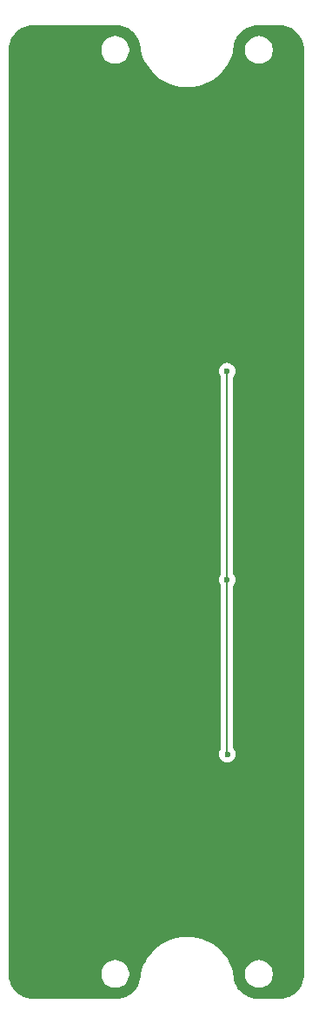
<source format=gbr>
%TF.GenerationSoftware,KiCad,Pcbnew,8.0.3-8.0.3-0~ubuntu22.04.1*%
%TF.CreationDate,2024-10-28T10:58:27+03:00*%
%TF.ProjectId,PM-LED8,504d2d4c-4544-4382-9e6b-696361645f70,rev?*%
%TF.SameCoordinates,Original*%
%TF.FileFunction,Copper,L2,Bot*%
%TF.FilePolarity,Positive*%
%FSLAX46Y46*%
G04 Gerber Fmt 4.6, Leading zero omitted, Abs format (unit mm)*
G04 Created by KiCad (PCBNEW 8.0.3-8.0.3-0~ubuntu22.04.1) date 2024-10-28 10:58:27*
%MOMM*%
%LPD*%
G01*
G04 APERTURE LIST*
%TA.AperFunction,ViaPad*%
%ADD10C,0.600000*%
%TD*%
%TA.AperFunction,Conductor*%
%ADD11C,0.200000*%
%TD*%
G04 APERTURE END LIST*
D10*
%TO.N,GND*%
X-13669000Y-32749700D03*
X9862800Y-14284600D03*
X9865100Y25282300D03*
X-13669000Y28215800D03*
X-13669000Y18080000D03*
X-13669000Y7888700D03*
X-13669000Y-2253900D03*
X7031500Y-34447000D03*
X-13669000Y38383500D03*
X9853100Y5532700D03*
X-13669000Y-12421700D03*
X-13669000Y-22568100D03*
%TO.N,Net-(J1-Pin_9)*%
X6900900Y13711600D03*
X6900900Y-6641000D03*
X6922700Y-23589200D03*
%TD*%
D11*
%TO.N,Net-(J1-Pin_9)*%
X6900900Y13711600D02*
X6900900Y-6641000D01*
X6900900Y-23567400D02*
X6922700Y-23589200D01*
X6900900Y-6641000D02*
X6900900Y-23567400D01*
%TD*%
%TA.AperFunction,Conductor*%
%TO.N,GND*%
G36*
X-3896264Y47399274D02*
G01*
X-3618258Y47382458D01*
X-3603395Y47380653D01*
X-3528155Y47366865D01*
X-3333134Y47331126D01*
X-3318605Y47327545D01*
X-3056287Y47245803D01*
X-3042291Y47240495D01*
X-2791736Y47127730D01*
X-2778478Y47120772D01*
X-2543342Y46978627D01*
X-2531031Y46970129D01*
X-2314739Y46800676D01*
X-2303531Y46790746D01*
X-2109255Y46596470D01*
X-2099325Y46585262D01*
X-1929876Y46368976D01*
X-1921372Y46356656D01*
X-1897548Y46317247D01*
X-1779230Y46121524D01*
X-1772271Y46108265D01*
X-1659506Y45857710D01*
X-1654197Y45843710D01*
X-1572458Y45581403D01*
X-1568874Y45566863D01*
X-1519348Y45296606D01*
X-1517543Y45281742D01*
X-1500844Y45005682D01*
X-1500636Y44996109D01*
X-1501538Y44942543D01*
X-1501306Y44940525D01*
X-1501277Y44940002D01*
X-1501184Y44939301D01*
X-1500933Y44937265D01*
X-1500859Y44936616D01*
X-1500767Y44936133D01*
X-1500501Y44934113D01*
X-1500500Y44934110D01*
X-1500500Y44934108D01*
X-1489676Y44893713D01*
X-1484783Y44875451D01*
X-1484259Y44873426D01*
X-1435975Y44680245D01*
X-1435970Y44680230D01*
X-1302164Y44293831D01*
X-1156820Y43969891D01*
X-1134756Y43920717D01*
X-935071Y43563848D01*
X-704664Y43225998D01*
X-445333Y42909805D01*
X-159104Y42617739D01*
X151790Y42352080D01*
X151792Y42352079D01*
X151795Y42352076D01*
X392764Y42180513D01*
X484921Y42114900D01*
X484929Y42114896D01*
X484931Y42114894D01*
X837679Y41908057D01*
X837685Y41908055D01*
X837687Y41908053D01*
X1207336Y41733154D01*
X1207339Y41733153D01*
X1207341Y41733152D01*
X1207346Y41733150D01*
X1590971Y41591569D01*
X1590990Y41591563D01*
X1985621Y41484398D01*
X1985625Y41484397D01*
X2388190Y41412483D01*
X2755921Y41379896D01*
X2795530Y41376385D01*
X2795531Y41376385D01*
X3204470Y41376385D01*
X3240568Y41379585D01*
X3611810Y41412483D01*
X4014375Y41484397D01*
X4409020Y41591566D01*
X4792664Y41733154D01*
X5162313Y41908053D01*
X5515079Y42114900D01*
X5848210Y42352080D01*
X6159104Y42617739D01*
X6445333Y42909805D01*
X6704664Y43225998D01*
X6935071Y43563848D01*
X7134756Y43920717D01*
X7302159Y44293820D01*
X7367181Y44481586D01*
X7435967Y44680223D01*
X7435969Y44680230D01*
X7435974Y44680244D01*
X7484272Y44873486D01*
X7484782Y44875451D01*
X7500500Y44934108D01*
X7500500Y44934114D01*
X7500764Y44936118D01*
X7500854Y44936592D01*
X7500924Y44937199D01*
X7501187Y44939335D01*
X7501276Y44940017D01*
X7501306Y44940526D01*
X7501534Y44942525D01*
X7501537Y44942536D01*
X7500634Y44996129D01*
X7500841Y45005661D01*
X7506928Y45106287D01*
X8649500Y45106287D01*
X8649500Y44893713D01*
X8682754Y44683757D01*
X8683902Y44680223D01*
X8748444Y44481586D01*
X8844951Y44292180D01*
X8969890Y44120214D01*
X9120213Y43969891D01*
X9292179Y43844952D01*
X9292181Y43844951D01*
X9292184Y43844949D01*
X9481588Y43748443D01*
X9683757Y43682754D01*
X9893713Y43649500D01*
X9893714Y43649500D01*
X10106286Y43649500D01*
X10106287Y43649500D01*
X10316243Y43682754D01*
X10518412Y43748443D01*
X10707816Y43844949D01*
X10812097Y43920713D01*
X10879786Y43969891D01*
X10879788Y43969894D01*
X10879792Y43969896D01*
X11030104Y44120208D01*
X11030106Y44120212D01*
X11030109Y44120214D01*
X11155048Y44292180D01*
X11155047Y44292180D01*
X11155051Y44292184D01*
X11251557Y44481588D01*
X11317246Y44683757D01*
X11350500Y44893713D01*
X11350500Y45106287D01*
X11317246Y45316243D01*
X11251557Y45518412D01*
X11155051Y45707816D01*
X11155049Y45707819D01*
X11155048Y45707821D01*
X11030109Y45879787D01*
X10879786Y46030110D01*
X10707820Y46155049D01*
X10518414Y46251556D01*
X10518413Y46251557D01*
X10518412Y46251557D01*
X10316243Y46317246D01*
X10316241Y46317247D01*
X10316240Y46317247D01*
X10154957Y46342792D01*
X10106287Y46350500D01*
X9893713Y46350500D01*
X9845042Y46342792D01*
X9683760Y46317247D01*
X9481585Y46251556D01*
X9292179Y46155049D01*
X9120213Y46030110D01*
X8969890Y45879787D01*
X8844951Y45707821D01*
X8748444Y45518415D01*
X8682753Y45316240D01*
X8660892Y45178213D01*
X8649500Y45106287D01*
X7506928Y45106287D01*
X7517542Y45281747D01*
X7519347Y45296606D01*
X7522946Y45316243D01*
X7568874Y45566871D01*
X7572454Y45581392D01*
X7654199Y45843719D01*
X7659501Y45857702D01*
X7772273Y46108272D01*
X7779224Y46121517D01*
X7921378Y46356667D01*
X7929865Y46368963D01*
X8099331Y46585271D01*
X8109246Y46596462D01*
X8303538Y46790754D01*
X8314729Y46800669D01*
X8531037Y46970135D01*
X8543333Y46978622D01*
X8778483Y47120776D01*
X8791728Y47127727D01*
X9042298Y47240499D01*
X9056281Y47245801D01*
X9318608Y47327546D01*
X9333129Y47331126D01*
X9603395Y47380654D01*
X9618255Y47382458D01*
X9896264Y47399274D01*
X9903751Y47399500D01*
X9965892Y47399500D01*
X11934108Y47399500D01*
X11996249Y47399500D01*
X12003736Y47399274D01*
X12281742Y47382458D01*
X12296605Y47380653D01*
X12371845Y47366865D01*
X12566866Y47331126D01*
X12581395Y47327545D01*
X12843713Y47245803D01*
X12857709Y47240495D01*
X13108264Y47127730D01*
X13121522Y47120772D01*
X13356658Y46978627D01*
X13368969Y46970129D01*
X13585261Y46800676D01*
X13596469Y46790746D01*
X13790745Y46596470D01*
X13800675Y46585262D01*
X13970124Y46368976D01*
X13978628Y46356656D01*
X14002452Y46317247D01*
X14120770Y46121524D01*
X14127729Y46108265D01*
X14240494Y45857710D01*
X14245803Y45843710D01*
X14327542Y45581403D01*
X14331126Y45566863D01*
X14380652Y45296606D01*
X14382457Y45281742D01*
X14399274Y45003737D01*
X14399500Y44996250D01*
X14399500Y-44996249D01*
X14399274Y-45003736D01*
X14382457Y-45281741D01*
X14380652Y-45296605D01*
X14331126Y-45566862D01*
X14327542Y-45581402D01*
X14245803Y-45843709D01*
X14240494Y-45857709D01*
X14127729Y-46108264D01*
X14120770Y-46121523D01*
X13978630Y-46356652D01*
X13970124Y-46368975D01*
X13800675Y-46585261D01*
X13790745Y-46596469D01*
X13596469Y-46790745D01*
X13585261Y-46800675D01*
X13368975Y-46970124D01*
X13356652Y-46978630D01*
X13121523Y-47120770D01*
X13108264Y-47127729D01*
X12857709Y-47240494D01*
X12843709Y-47245803D01*
X12581402Y-47327542D01*
X12566862Y-47331126D01*
X12296605Y-47380652D01*
X12281741Y-47382457D01*
X12003736Y-47399274D01*
X11996249Y-47399500D01*
X9903751Y-47399500D01*
X9896264Y-47399274D01*
X9618258Y-47382457D01*
X9603394Y-47380652D01*
X9333137Y-47331126D01*
X9318597Y-47327542D01*
X9056290Y-47245803D01*
X9042290Y-47240494D01*
X8791735Y-47127729D01*
X8778476Y-47120770D01*
X8543347Y-46978630D01*
X8531024Y-46970124D01*
X8314738Y-46800675D01*
X8303530Y-46790745D01*
X8109254Y-46596469D01*
X8099324Y-46585261D01*
X7929875Y-46368975D01*
X7921373Y-46356658D01*
X7779228Y-46121522D01*
X7772270Y-46108264D01*
X7659504Y-45857706D01*
X7654196Y-45843709D01*
X7572457Y-45581402D01*
X7568873Y-45566862D01*
X7559994Y-45518412D01*
X7519347Y-45296605D01*
X7517542Y-45281742D01*
X7517542Y-45281741D01*
X7500841Y-45005660D01*
X7500634Y-44996126D01*
X7501537Y-44942536D01*
X7501537Y-44942534D01*
X7501537Y-44942532D01*
X7501306Y-44940516D01*
X7501277Y-44940010D01*
X7501187Y-44939326D01*
X7500930Y-44937239D01*
X7500858Y-44936616D01*
X7500766Y-44936129D01*
X7500500Y-44934110D01*
X7500500Y-44934108D01*
X7489675Y-44893713D01*
X8649500Y-44893713D01*
X8649500Y-45106286D01*
X8682753Y-45316239D01*
X8748444Y-45518414D01*
X8844951Y-45707820D01*
X8969890Y-45879786D01*
X9120213Y-46030109D01*
X9292179Y-46155048D01*
X9292181Y-46155049D01*
X9292184Y-46155051D01*
X9481588Y-46251557D01*
X9683757Y-46317246D01*
X9893713Y-46350500D01*
X9893714Y-46350500D01*
X10106286Y-46350500D01*
X10106287Y-46350500D01*
X10316243Y-46317246D01*
X10518412Y-46251557D01*
X10707816Y-46155051D01*
X10772213Y-46108264D01*
X10879786Y-46030109D01*
X10879788Y-46030106D01*
X10879792Y-46030104D01*
X11030104Y-45879792D01*
X11030106Y-45879788D01*
X11030109Y-45879786D01*
X11155048Y-45707820D01*
X11155047Y-45707820D01*
X11155051Y-45707816D01*
X11251557Y-45518412D01*
X11317246Y-45316243D01*
X11350500Y-45106287D01*
X11350500Y-44893713D01*
X11317246Y-44683757D01*
X11251557Y-44481588D01*
X11155051Y-44292184D01*
X11155049Y-44292181D01*
X11155048Y-44292179D01*
X11030109Y-44120213D01*
X10879786Y-43969890D01*
X10707820Y-43844951D01*
X10518414Y-43748444D01*
X10518413Y-43748443D01*
X10518412Y-43748443D01*
X10316243Y-43682754D01*
X10316241Y-43682753D01*
X10316240Y-43682753D01*
X10154957Y-43657208D01*
X10106287Y-43649500D01*
X9893713Y-43649500D01*
X9845042Y-43657208D01*
X9683760Y-43682753D01*
X9481585Y-43748444D01*
X9292179Y-43844951D01*
X9120213Y-43969890D01*
X8969890Y-44120213D01*
X8844951Y-44292179D01*
X8748444Y-44481585D01*
X8682753Y-44683760D01*
X8649500Y-44893713D01*
X7489675Y-44893713D01*
X7484772Y-44875415D01*
X7484250Y-44873394D01*
X7435974Y-44680244D01*
X7435969Y-44680229D01*
X7435967Y-44680222D01*
X7302163Y-44293830D01*
X7301424Y-44292184D01*
X7134756Y-43920717D01*
X6935071Y-43563848D01*
X6704664Y-43225998D01*
X6445333Y-42909805D01*
X6159104Y-42617739D01*
X5848210Y-42352080D01*
X5848207Y-42352078D01*
X5848204Y-42352075D01*
X5515089Y-42114907D01*
X5515068Y-42114893D01*
X5162320Y-41908056D01*
X4792658Y-41733151D01*
X4792653Y-41733149D01*
X4409028Y-41591568D01*
X4409009Y-41591562D01*
X4014378Y-41484397D01*
X4014372Y-41484396D01*
X3611811Y-41412483D01*
X3204470Y-41376385D01*
X3204469Y-41376385D01*
X2795531Y-41376385D01*
X2795530Y-41376385D01*
X2388188Y-41412483D01*
X1985627Y-41484396D01*
X1985621Y-41484397D01*
X1590990Y-41591562D01*
X1590971Y-41591568D01*
X1207346Y-41733149D01*
X1207341Y-41733151D01*
X837679Y-41908056D01*
X484931Y-42114893D01*
X484910Y-42114907D01*
X151795Y-42352075D01*
X151785Y-42352084D01*
X-159105Y-42617739D01*
X-445324Y-42909795D01*
X-445340Y-42909813D01*
X-704657Y-43225988D01*
X-704671Y-43226007D01*
X-935065Y-43563838D01*
X-935069Y-43563844D01*
X-935071Y-43563848D01*
X-1038361Y-43748444D01*
X-1134753Y-43920712D01*
X-1134760Y-43920724D01*
X-1302164Y-44293830D01*
X-1435970Y-44680229D01*
X-1435973Y-44680239D01*
X-1484260Y-44873425D01*
X-1484783Y-44875446D01*
X-1500501Y-44934113D01*
X-1500767Y-44936134D01*
X-1500861Y-44936628D01*
X-1500938Y-44937301D01*
X-1501184Y-44939298D01*
X-1501277Y-44940005D01*
X-1501306Y-44940515D01*
X-1501538Y-44942534D01*
X-1500636Y-44996107D01*
X-1500844Y-45005680D01*
X-1517543Y-45281741D01*
X-1519348Y-45296605D01*
X-1568874Y-45566862D01*
X-1572458Y-45581402D01*
X-1654197Y-45843709D01*
X-1659506Y-45857709D01*
X-1772271Y-46108264D01*
X-1779230Y-46121523D01*
X-1921370Y-46356652D01*
X-1929876Y-46368975D01*
X-2099325Y-46585261D01*
X-2109255Y-46596469D01*
X-2303531Y-46790745D01*
X-2314739Y-46800675D01*
X-2531025Y-46970124D01*
X-2543348Y-46978630D01*
X-2778477Y-47120770D01*
X-2791736Y-47127729D01*
X-3042291Y-47240494D01*
X-3056291Y-47245803D01*
X-3318598Y-47327542D01*
X-3333138Y-47331126D01*
X-3603395Y-47380652D01*
X-3618259Y-47382457D01*
X-3896264Y-47399274D01*
X-3903751Y-47399500D01*
X-11996249Y-47399500D01*
X-12003736Y-47399274D01*
X-12281742Y-47382457D01*
X-12296606Y-47380652D01*
X-12566863Y-47331126D01*
X-12581403Y-47327542D01*
X-12843710Y-47245803D01*
X-12857710Y-47240494D01*
X-13108265Y-47127729D01*
X-13121524Y-47120770D01*
X-13356653Y-46978630D01*
X-13368976Y-46970124D01*
X-13585262Y-46800675D01*
X-13596470Y-46790745D01*
X-13790746Y-46596469D01*
X-13800676Y-46585261D01*
X-13970125Y-46368975D01*
X-13978627Y-46356658D01*
X-14120772Y-46121522D01*
X-14127730Y-46108264D01*
X-14240496Y-45857706D01*
X-14245804Y-45843709D01*
X-14327543Y-45581402D01*
X-14331127Y-45566862D01*
X-14340006Y-45518412D01*
X-14380653Y-45296605D01*
X-14382458Y-45281741D01*
X-14399274Y-45003736D01*
X-14399500Y-44996249D01*
X-14399500Y-44893713D01*
X-5350500Y-44893713D01*
X-5350500Y-45106286D01*
X-5317247Y-45316239D01*
X-5251556Y-45518414D01*
X-5155049Y-45707820D01*
X-5030110Y-45879786D01*
X-4879787Y-46030109D01*
X-4707821Y-46155048D01*
X-4707819Y-46155049D01*
X-4707816Y-46155051D01*
X-4518412Y-46251557D01*
X-4316243Y-46317246D01*
X-4106287Y-46350500D01*
X-4106286Y-46350500D01*
X-3893714Y-46350500D01*
X-3893713Y-46350500D01*
X-3683757Y-46317246D01*
X-3481588Y-46251557D01*
X-3292184Y-46155051D01*
X-3227787Y-46108264D01*
X-3120214Y-46030109D01*
X-3120212Y-46030106D01*
X-3120208Y-46030104D01*
X-2969896Y-45879792D01*
X-2969894Y-45879788D01*
X-2969891Y-45879786D01*
X-2844952Y-45707820D01*
X-2844953Y-45707820D01*
X-2844949Y-45707816D01*
X-2748443Y-45518412D01*
X-2682754Y-45316243D01*
X-2649500Y-45106287D01*
X-2649500Y-44893713D01*
X-2682754Y-44683757D01*
X-2748443Y-44481588D01*
X-2844949Y-44292184D01*
X-2844951Y-44292181D01*
X-2844952Y-44292179D01*
X-2969891Y-44120213D01*
X-3120214Y-43969890D01*
X-3292180Y-43844951D01*
X-3481586Y-43748444D01*
X-3481587Y-43748443D01*
X-3481588Y-43748443D01*
X-3683757Y-43682754D01*
X-3683759Y-43682753D01*
X-3683760Y-43682753D01*
X-3845043Y-43657208D01*
X-3893713Y-43649500D01*
X-4106287Y-43649500D01*
X-4154958Y-43657208D01*
X-4316240Y-43682753D01*
X-4518415Y-43748444D01*
X-4707821Y-43844951D01*
X-4879787Y-43969890D01*
X-5030110Y-44120213D01*
X-5155049Y-44292179D01*
X-5251556Y-44481585D01*
X-5317247Y-44683760D01*
X-5350500Y-44893713D01*
X-14399500Y-44893713D01*
X-14399500Y13711604D01*
X6095335Y13711604D01*
X6095335Y13711597D01*
X6115530Y13532351D01*
X6115531Y13532346D01*
X6175111Y13362077D01*
X6271085Y13209337D01*
X6273345Y13206503D01*
X6274234Y13204325D01*
X6274789Y13203442D01*
X6274634Y13203345D01*
X6299755Y13141817D01*
X6300400Y13129188D01*
X6300400Y-6058587D01*
X6280715Y-6125626D01*
X6273350Y-6135896D01*
X6271086Y-6138734D01*
X6175111Y-6291476D01*
X6115531Y-6461745D01*
X6115530Y-6461750D01*
X6095335Y-6640996D01*
X6095335Y-6641003D01*
X6115530Y-6820249D01*
X6115531Y-6820254D01*
X6175111Y-6990523D01*
X6271085Y-7143263D01*
X6273345Y-7146097D01*
X6274234Y-7148275D01*
X6274789Y-7149158D01*
X6274634Y-7149255D01*
X6299755Y-7210783D01*
X6300400Y-7223412D01*
X6300400Y-23039252D01*
X6281394Y-23105224D01*
X6196911Y-23239676D01*
X6137331Y-23409945D01*
X6137330Y-23409950D01*
X6117135Y-23589196D01*
X6117135Y-23589203D01*
X6137330Y-23768449D01*
X6137331Y-23768454D01*
X6196911Y-23938723D01*
X6292884Y-24091462D01*
X6420438Y-24219016D01*
X6573178Y-24314989D01*
X6743445Y-24374568D01*
X6743450Y-24374569D01*
X6922696Y-24394765D01*
X6922700Y-24394765D01*
X6922704Y-24394765D01*
X7101949Y-24374569D01*
X7101952Y-24374568D01*
X7101955Y-24374568D01*
X7272222Y-24314989D01*
X7424962Y-24219016D01*
X7552516Y-24091462D01*
X7648489Y-23938722D01*
X7708068Y-23768455D01*
X7728265Y-23589200D01*
X7708068Y-23409945D01*
X7648489Y-23239678D01*
X7552516Y-23086938D01*
X7537719Y-23072141D01*
X7504234Y-23010818D01*
X7501400Y-22984460D01*
X7501400Y-7223412D01*
X7521085Y-7156373D01*
X7528455Y-7146097D01*
X7530710Y-7143267D01*
X7530716Y-7143262D01*
X7626689Y-6990522D01*
X7686268Y-6820255D01*
X7706465Y-6641000D01*
X7686268Y-6461745D01*
X7626689Y-6291478D01*
X7530716Y-6138738D01*
X7530714Y-6138736D01*
X7530713Y-6138734D01*
X7528450Y-6135896D01*
X7527559Y-6133715D01*
X7527011Y-6132842D01*
X7527164Y-6132745D01*
X7502044Y-6071209D01*
X7501400Y-6058587D01*
X7501400Y13129188D01*
X7521085Y13196227D01*
X7528455Y13206503D01*
X7530710Y13209333D01*
X7530716Y13209338D01*
X7626689Y13362078D01*
X7686268Y13532345D01*
X7706465Y13711600D01*
X7686268Y13890855D01*
X7626689Y14061122D01*
X7530716Y14213862D01*
X7403162Y14341416D01*
X7250423Y14437389D01*
X7080154Y14496969D01*
X7080149Y14496970D01*
X6900904Y14517165D01*
X6900896Y14517165D01*
X6721650Y14496970D01*
X6721645Y14496969D01*
X6551376Y14437389D01*
X6398637Y14341416D01*
X6271084Y14213863D01*
X6175111Y14061124D01*
X6115531Y13890855D01*
X6115530Y13890850D01*
X6095335Y13711604D01*
X-14399500Y13711604D01*
X-14399500Y44996250D01*
X-14399274Y45003737D01*
X-14393071Y45106287D01*
X-5350500Y45106287D01*
X-5350500Y44893713D01*
X-5317246Y44683757D01*
X-5316098Y44680223D01*
X-5251556Y44481586D01*
X-5155049Y44292180D01*
X-5030110Y44120214D01*
X-4879787Y43969891D01*
X-4707821Y43844952D01*
X-4707819Y43844951D01*
X-4707816Y43844949D01*
X-4518412Y43748443D01*
X-4316243Y43682754D01*
X-4106287Y43649500D01*
X-4106286Y43649500D01*
X-3893714Y43649500D01*
X-3893713Y43649500D01*
X-3683757Y43682754D01*
X-3481588Y43748443D01*
X-3292184Y43844949D01*
X-3187903Y43920713D01*
X-3120214Y43969891D01*
X-3120212Y43969894D01*
X-3120208Y43969896D01*
X-2969896Y44120208D01*
X-2969894Y44120212D01*
X-2969891Y44120214D01*
X-2844952Y44292180D01*
X-2844953Y44292180D01*
X-2844949Y44292184D01*
X-2748443Y44481588D01*
X-2682754Y44683757D01*
X-2649500Y44893713D01*
X-2649500Y45106287D01*
X-2682754Y45316243D01*
X-2748443Y45518412D01*
X-2844949Y45707816D01*
X-2844951Y45707819D01*
X-2844952Y45707821D01*
X-2969891Y45879787D01*
X-3120214Y46030110D01*
X-3292180Y46155049D01*
X-3481586Y46251556D01*
X-3481587Y46251557D01*
X-3481588Y46251557D01*
X-3683757Y46317246D01*
X-3683759Y46317247D01*
X-3683760Y46317247D01*
X-3845043Y46342792D01*
X-3893713Y46350500D01*
X-4106287Y46350500D01*
X-4154958Y46342792D01*
X-4316240Y46317247D01*
X-4518415Y46251556D01*
X-4707821Y46155049D01*
X-4879787Y46030110D01*
X-5030110Y45879787D01*
X-5155049Y45707821D01*
X-5251556Y45518415D01*
X-5317247Y45316240D01*
X-5339108Y45178213D01*
X-5350500Y45106287D01*
X-14393071Y45106287D01*
X-14382458Y45281742D01*
X-14380653Y45296606D01*
X-14377054Y45316243D01*
X-14331126Y45566871D01*
X-14327546Y45581392D01*
X-14245801Y45843719D01*
X-14240499Y45857702D01*
X-14127727Y46108272D01*
X-14120776Y46121517D01*
X-13978622Y46356667D01*
X-13970135Y46368963D01*
X-13800669Y46585271D01*
X-13790754Y46596462D01*
X-13596462Y46790754D01*
X-13585271Y46800669D01*
X-13368963Y46970135D01*
X-13356667Y46978622D01*
X-13121517Y47120776D01*
X-13108272Y47127727D01*
X-12857702Y47240499D01*
X-12843719Y47245801D01*
X-12581392Y47327546D01*
X-12566871Y47331126D01*
X-12296605Y47380654D01*
X-12281745Y47382458D01*
X-12003736Y47399274D01*
X-11996249Y47399500D01*
X-11934108Y47399500D01*
X-3965892Y47399500D01*
X-3903751Y47399500D01*
X-3896264Y47399274D01*
G37*
%TD.AperFunction*%
%TD*%
M02*

</source>
